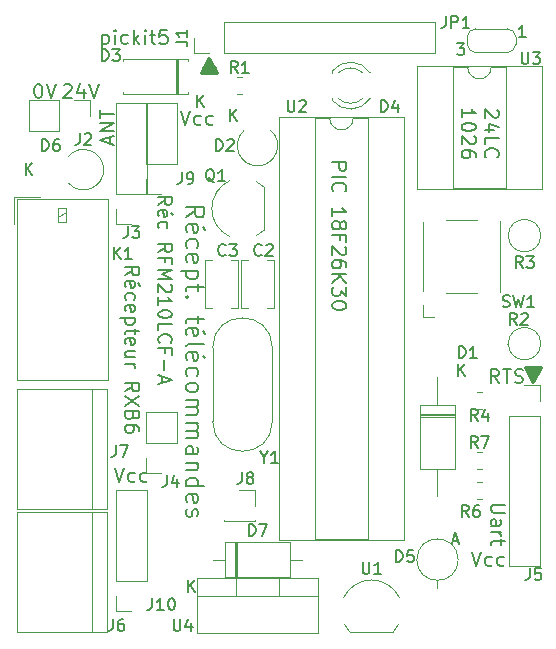
<source format=gbr>
%TF.GenerationSoftware,KiCad,Pcbnew,(5.1.12)-1*%
%TF.CreationDate,2025-06-06T13:01:38+02:00*%
%TF.ProjectId,telecommande,74656c65-636f-46d6-9d61-6e64652e6b69,rev?*%
%TF.SameCoordinates,Original*%
%TF.FileFunction,Legend,Top*%
%TF.FilePolarity,Positive*%
%FSLAX46Y46*%
G04 Gerber Fmt 4.6, Leading zero omitted, Abs format (unit mm)*
G04 Created by KiCad (PCBNEW (5.1.12)-1) date 2025-06-06 13:01:38*
%MOMM*%
%LPD*%
G01*
G04 APERTURE LIST*
%ADD10C,0.200000*%
%ADD11C,0.150000*%
%ADD12C,0.300000*%
%ADD13C,0.120000*%
G04 APERTURE END LIST*
D10*
X94571428Y-87353714D02*
X95285714Y-86853714D01*
X94571428Y-86496571D02*
X96071428Y-86496571D01*
X96071428Y-87068000D01*
X96000000Y-87210857D01*
X95928571Y-87282285D01*
X95785714Y-87353714D01*
X95571428Y-87353714D01*
X95428571Y-87282285D01*
X95357142Y-87210857D01*
X95285714Y-87068000D01*
X95285714Y-86496571D01*
X94642857Y-88568000D02*
X94571428Y-88425142D01*
X94571428Y-88139428D01*
X94642857Y-87996571D01*
X94785714Y-87925142D01*
X95357142Y-87925142D01*
X95500000Y-87996571D01*
X95571428Y-88139428D01*
X95571428Y-88425142D01*
X95500000Y-88568000D01*
X95357142Y-88639428D01*
X95214285Y-88639428D01*
X95071428Y-87925142D01*
X96142857Y-88425142D02*
X95928571Y-88210857D01*
X94642857Y-89925142D02*
X94571428Y-89782285D01*
X94571428Y-89496571D01*
X94642857Y-89353714D01*
X94714285Y-89282285D01*
X94857142Y-89210857D01*
X95285714Y-89210857D01*
X95428571Y-89282285D01*
X95500000Y-89353714D01*
X95571428Y-89496571D01*
X95571428Y-89782285D01*
X95500000Y-89925142D01*
X94642857Y-91139428D02*
X94571428Y-90996571D01*
X94571428Y-90710857D01*
X94642857Y-90568000D01*
X94785714Y-90496571D01*
X95357142Y-90496571D01*
X95500000Y-90568000D01*
X95571428Y-90710857D01*
X95571428Y-90996571D01*
X95500000Y-91139428D01*
X95357142Y-91210857D01*
X95214285Y-91210857D01*
X95071428Y-90496571D01*
X95571428Y-91853714D02*
X94071428Y-91853714D01*
X95500000Y-91853714D02*
X95571428Y-91996571D01*
X95571428Y-92282285D01*
X95500000Y-92425142D01*
X95428571Y-92496571D01*
X95285714Y-92568000D01*
X94857142Y-92568000D01*
X94714285Y-92496571D01*
X94642857Y-92425142D01*
X94571428Y-92282285D01*
X94571428Y-91996571D01*
X94642857Y-91853714D01*
X95571428Y-92996571D02*
X95571428Y-93568000D01*
X96071428Y-93210857D02*
X94785714Y-93210857D01*
X94642857Y-93282285D01*
X94571428Y-93425142D01*
X94571428Y-93568000D01*
X94714285Y-94068000D02*
X94642857Y-94139428D01*
X94571428Y-94068000D01*
X94642857Y-93996571D01*
X94714285Y-94068000D01*
X94571428Y-94068000D01*
X95571428Y-95710857D02*
X95571428Y-96282285D01*
X96071428Y-95925142D02*
X94785714Y-95925142D01*
X94642857Y-95996571D01*
X94571428Y-96139428D01*
X94571428Y-96282285D01*
X94642857Y-97353714D02*
X94571428Y-97210857D01*
X94571428Y-96925142D01*
X94642857Y-96782285D01*
X94785714Y-96710857D01*
X95357142Y-96710857D01*
X95500000Y-96782285D01*
X95571428Y-96925142D01*
X95571428Y-97210857D01*
X95500000Y-97353714D01*
X95357142Y-97425142D01*
X95214285Y-97425142D01*
X95071428Y-96710857D01*
X96142857Y-97210857D02*
X95928571Y-96996571D01*
X94571428Y-98282285D02*
X94642857Y-98139428D01*
X94785714Y-98068000D01*
X96071428Y-98068000D01*
X94642857Y-99425142D02*
X94571428Y-99282285D01*
X94571428Y-98996571D01*
X94642857Y-98853714D01*
X94785714Y-98782285D01*
X95357142Y-98782285D01*
X95500000Y-98853714D01*
X95571428Y-98996571D01*
X95571428Y-99282285D01*
X95500000Y-99425142D01*
X95357142Y-99496571D01*
X95214285Y-99496571D01*
X95071428Y-98782285D01*
X96142857Y-99282285D02*
X95928571Y-99068000D01*
X94642857Y-100782285D02*
X94571428Y-100639428D01*
X94571428Y-100353714D01*
X94642857Y-100210857D01*
X94714285Y-100139428D01*
X94857142Y-100068000D01*
X95285714Y-100068000D01*
X95428571Y-100139428D01*
X95500000Y-100210857D01*
X95571428Y-100353714D01*
X95571428Y-100639428D01*
X95500000Y-100782285D01*
X94571428Y-101639428D02*
X94642857Y-101496571D01*
X94714285Y-101425142D01*
X94857142Y-101353714D01*
X95285714Y-101353714D01*
X95428571Y-101425142D01*
X95500000Y-101496571D01*
X95571428Y-101639428D01*
X95571428Y-101853714D01*
X95500000Y-101996571D01*
X95428571Y-102068000D01*
X95285714Y-102139428D01*
X94857142Y-102139428D01*
X94714285Y-102068000D01*
X94642857Y-101996571D01*
X94571428Y-101853714D01*
X94571428Y-101639428D01*
X94571428Y-102782285D02*
X95571428Y-102782285D01*
X95428571Y-102782285D02*
X95500000Y-102853714D01*
X95571428Y-102996571D01*
X95571428Y-103210857D01*
X95500000Y-103353714D01*
X95357142Y-103425142D01*
X94571428Y-103425142D01*
X95357142Y-103425142D02*
X95500000Y-103496571D01*
X95571428Y-103639428D01*
X95571428Y-103853714D01*
X95500000Y-103996571D01*
X95357142Y-104068000D01*
X94571428Y-104068000D01*
X94571428Y-104782285D02*
X95571428Y-104782285D01*
X95428571Y-104782285D02*
X95500000Y-104853714D01*
X95571428Y-104996571D01*
X95571428Y-105210857D01*
X95500000Y-105353714D01*
X95357142Y-105425142D01*
X94571428Y-105425142D01*
X95357142Y-105425142D02*
X95500000Y-105496571D01*
X95571428Y-105639428D01*
X95571428Y-105853714D01*
X95500000Y-105996571D01*
X95357142Y-106068000D01*
X94571428Y-106068000D01*
X94571428Y-107425142D02*
X95357142Y-107425142D01*
X95500000Y-107353714D01*
X95571428Y-107210857D01*
X95571428Y-106925142D01*
X95500000Y-106782285D01*
X94642857Y-107425142D02*
X94571428Y-107282285D01*
X94571428Y-106925142D01*
X94642857Y-106782285D01*
X94785714Y-106710857D01*
X94928571Y-106710857D01*
X95071428Y-106782285D01*
X95142857Y-106925142D01*
X95142857Y-107282285D01*
X95214285Y-107425142D01*
X95571428Y-108139428D02*
X94571428Y-108139428D01*
X95428571Y-108139428D02*
X95500000Y-108210857D01*
X95571428Y-108353714D01*
X95571428Y-108568000D01*
X95500000Y-108710857D01*
X95357142Y-108782285D01*
X94571428Y-108782285D01*
X94571428Y-110139428D02*
X96071428Y-110139428D01*
X94642857Y-110139428D02*
X94571428Y-109996571D01*
X94571428Y-109710857D01*
X94642857Y-109568000D01*
X94714285Y-109496571D01*
X94857142Y-109425142D01*
X95285714Y-109425142D01*
X95428571Y-109496571D01*
X95500000Y-109568000D01*
X95571428Y-109710857D01*
X95571428Y-109996571D01*
X95500000Y-110139428D01*
X94642857Y-111425142D02*
X94571428Y-111282285D01*
X94571428Y-110996571D01*
X94642857Y-110853714D01*
X94785714Y-110782285D01*
X95357142Y-110782285D01*
X95500000Y-110853714D01*
X95571428Y-110996571D01*
X95571428Y-111282285D01*
X95500000Y-111425142D01*
X95357142Y-111496571D01*
X95214285Y-111496571D01*
X95071428Y-110782285D01*
X94642857Y-112068000D02*
X94571428Y-112210857D01*
X94571428Y-112496571D01*
X94642857Y-112639428D01*
X94785714Y-112710857D01*
X94857142Y-112710857D01*
X95000000Y-112639428D01*
X95071428Y-112496571D01*
X95071428Y-112282285D01*
X95142857Y-112139428D01*
X95285714Y-112068000D01*
X95357142Y-112068000D01*
X95500000Y-112139428D01*
X95571428Y-112282285D01*
X95571428Y-112496571D01*
X95500000Y-112639428D01*
D11*
X94075428Y-78336857D02*
X94475428Y-79536857D01*
X94875428Y-78336857D01*
X95789714Y-79479714D02*
X95675428Y-79536857D01*
X95446857Y-79536857D01*
X95332571Y-79479714D01*
X95275428Y-79422571D01*
X95218285Y-79308285D01*
X95218285Y-78965428D01*
X95275428Y-78851142D01*
X95332571Y-78794000D01*
X95446857Y-78736857D01*
X95675428Y-78736857D01*
X95789714Y-78794000D01*
X96818285Y-79479714D02*
X96704000Y-79536857D01*
X96475428Y-79536857D01*
X96361142Y-79479714D01*
X96304000Y-79422571D01*
X96246857Y-79308285D01*
X96246857Y-78965428D01*
X96304000Y-78851142D01*
X96361142Y-78794000D01*
X96475428Y-78736857D01*
X96704000Y-78736857D01*
X96818285Y-78794000D01*
X92189761Y-86298190D02*
X92737380Y-85914857D01*
X92189761Y-85641047D02*
X93339761Y-85641047D01*
X93339761Y-86079142D01*
X93285000Y-86188666D01*
X93230238Y-86243428D01*
X93120714Y-86298190D01*
X92956428Y-86298190D01*
X92846904Y-86243428D01*
X92792142Y-86188666D01*
X92737380Y-86079142D01*
X92737380Y-85641047D01*
X92244523Y-87229142D02*
X92189761Y-87119619D01*
X92189761Y-86900571D01*
X92244523Y-86791047D01*
X92354047Y-86736285D01*
X92792142Y-86736285D01*
X92901666Y-86791047D01*
X92956428Y-86900571D01*
X92956428Y-87119619D01*
X92901666Y-87229142D01*
X92792142Y-87283904D01*
X92682619Y-87283904D01*
X92573095Y-86736285D01*
X93394523Y-87119619D02*
X93230238Y-86955333D01*
X92244523Y-88269619D02*
X92189761Y-88160095D01*
X92189761Y-87941047D01*
X92244523Y-87831523D01*
X92299285Y-87776761D01*
X92408809Y-87722000D01*
X92737380Y-87722000D01*
X92846904Y-87776761D01*
X92901666Y-87831523D01*
X92956428Y-87941047D01*
X92956428Y-88160095D01*
X92901666Y-88269619D01*
X92189761Y-90295809D02*
X92737380Y-89912476D01*
X92189761Y-89638666D02*
X93339761Y-89638666D01*
X93339761Y-90076761D01*
X93285000Y-90186285D01*
X93230238Y-90241047D01*
X93120714Y-90295809D01*
X92956428Y-90295809D01*
X92846904Y-90241047D01*
X92792142Y-90186285D01*
X92737380Y-90076761D01*
X92737380Y-89638666D01*
X92792142Y-91172000D02*
X92792142Y-90788666D01*
X92189761Y-90788666D02*
X93339761Y-90788666D01*
X93339761Y-91336285D01*
X92189761Y-91774380D02*
X93339761Y-91774380D01*
X92518333Y-92157714D01*
X93339761Y-92541047D01*
X92189761Y-92541047D01*
X93230238Y-93033904D02*
X93285000Y-93088666D01*
X93339761Y-93198190D01*
X93339761Y-93472000D01*
X93285000Y-93581523D01*
X93230238Y-93636285D01*
X93120714Y-93691047D01*
X93011190Y-93691047D01*
X92846904Y-93636285D01*
X92189761Y-92979142D01*
X92189761Y-93691047D01*
X92189761Y-94786285D02*
X92189761Y-94129142D01*
X92189761Y-94457714D02*
X93339761Y-94457714D01*
X93175476Y-94348190D01*
X93065952Y-94238666D01*
X93011190Y-94129142D01*
X93339761Y-95498190D02*
X93339761Y-95607714D01*
X93285000Y-95717238D01*
X93230238Y-95772000D01*
X93120714Y-95826761D01*
X92901666Y-95881523D01*
X92627857Y-95881523D01*
X92408809Y-95826761D01*
X92299285Y-95772000D01*
X92244523Y-95717238D01*
X92189761Y-95607714D01*
X92189761Y-95498190D01*
X92244523Y-95388666D01*
X92299285Y-95333904D01*
X92408809Y-95279142D01*
X92627857Y-95224380D01*
X92901666Y-95224380D01*
X93120714Y-95279142D01*
X93230238Y-95333904D01*
X93285000Y-95388666D01*
X93339761Y-95498190D01*
X92189761Y-96922000D02*
X92189761Y-96374380D01*
X93339761Y-96374380D01*
X92299285Y-97962476D02*
X92244523Y-97907714D01*
X92189761Y-97743428D01*
X92189761Y-97633904D01*
X92244523Y-97469619D01*
X92354047Y-97360095D01*
X92463571Y-97305333D01*
X92682619Y-97250571D01*
X92846904Y-97250571D01*
X93065952Y-97305333D01*
X93175476Y-97360095D01*
X93285000Y-97469619D01*
X93339761Y-97633904D01*
X93339761Y-97743428D01*
X93285000Y-97907714D01*
X93230238Y-97962476D01*
X92792142Y-98838666D02*
X92792142Y-98455333D01*
X92189761Y-98455333D02*
X93339761Y-98455333D01*
X93339761Y-99002952D01*
X92627857Y-99441047D02*
X92627857Y-100317238D01*
X92518333Y-100810095D02*
X92518333Y-101357714D01*
X92189761Y-100700571D02*
X93339761Y-101083904D01*
X92189761Y-101467238D01*
X118713428Y-115674857D02*
X119113428Y-116874857D01*
X119513428Y-115674857D01*
X120427714Y-116817714D02*
X120313428Y-116874857D01*
X120084857Y-116874857D01*
X119970571Y-116817714D01*
X119913428Y-116760571D01*
X119856285Y-116646285D01*
X119856285Y-116303428D01*
X119913428Y-116189142D01*
X119970571Y-116132000D01*
X120084857Y-116074857D01*
X120313428Y-116074857D01*
X120427714Y-116132000D01*
X121456285Y-116817714D02*
X121342000Y-116874857D01*
X121113428Y-116874857D01*
X120999142Y-116817714D01*
X120942000Y-116760571D01*
X120884857Y-116646285D01*
X120884857Y-116303428D01*
X120942000Y-116189142D01*
X120999142Y-116132000D01*
X121113428Y-116074857D01*
X121342000Y-116074857D01*
X121456285Y-116132000D01*
X121008857Y-101380857D02*
X120608857Y-100809428D01*
X120323142Y-101380857D02*
X120323142Y-100180857D01*
X120780285Y-100180857D01*
X120894571Y-100238000D01*
X120951714Y-100295142D01*
X121008857Y-100409428D01*
X121008857Y-100580857D01*
X120951714Y-100695142D01*
X120894571Y-100752285D01*
X120780285Y-100809428D01*
X120323142Y-100809428D01*
X121351714Y-100180857D02*
X122037428Y-100180857D01*
X121694571Y-101380857D02*
X121694571Y-100180857D01*
X122380285Y-101323714D02*
X122551714Y-101380857D01*
X122837428Y-101380857D01*
X122951714Y-101323714D01*
X123008857Y-101266571D01*
X123066000Y-101152285D01*
X123066000Y-101038000D01*
X123008857Y-100923714D01*
X122951714Y-100866571D01*
X122837428Y-100809428D01*
X122608857Y-100752285D01*
X122494571Y-100695142D01*
X122437428Y-100638000D01*
X122380285Y-100523714D01*
X122380285Y-100409428D01*
X122437428Y-100295142D01*
X122494571Y-100238000D01*
X122608857Y-100180857D01*
X122894571Y-100180857D01*
X123066000Y-100238000D01*
X120897857Y-78264000D02*
X120955000Y-78321142D01*
X121012142Y-78435428D01*
X121012142Y-78721142D01*
X120955000Y-78835428D01*
X120897857Y-78892571D01*
X120783571Y-78949714D01*
X120669285Y-78949714D01*
X120497857Y-78892571D01*
X119812142Y-78206857D01*
X119812142Y-78949714D01*
X120612142Y-79978285D02*
X119812142Y-79978285D01*
X121069285Y-79692571D02*
X120212142Y-79406857D01*
X120212142Y-80149714D01*
X119812142Y-81178285D02*
X119812142Y-80606857D01*
X121012142Y-80606857D01*
X119926428Y-82264000D02*
X119869285Y-82206857D01*
X119812142Y-82035428D01*
X119812142Y-81921142D01*
X119869285Y-81749714D01*
X119983571Y-81635428D01*
X120097857Y-81578285D01*
X120326428Y-81521142D01*
X120497857Y-81521142D01*
X120726428Y-81578285D01*
X120840714Y-81635428D01*
X120955000Y-81749714D01*
X121012142Y-81921142D01*
X121012142Y-82035428D01*
X120955000Y-82206857D01*
X120897857Y-82264000D01*
X117862142Y-78892571D02*
X117862142Y-78206857D01*
X117862142Y-78549714D02*
X119062142Y-78549714D01*
X118890714Y-78435428D01*
X118776428Y-78321142D01*
X118719285Y-78206857D01*
X119062142Y-79635428D02*
X119062142Y-79749714D01*
X119005000Y-79864000D01*
X118947857Y-79921142D01*
X118833571Y-79978285D01*
X118605000Y-80035428D01*
X118319285Y-80035428D01*
X118090714Y-79978285D01*
X117976428Y-79921142D01*
X117919285Y-79864000D01*
X117862142Y-79749714D01*
X117862142Y-79635428D01*
X117919285Y-79521142D01*
X117976428Y-79464000D01*
X118090714Y-79406857D01*
X118319285Y-79349714D01*
X118605000Y-79349714D01*
X118833571Y-79406857D01*
X118947857Y-79464000D01*
X119005000Y-79521142D01*
X119062142Y-79635428D01*
X118947857Y-80492571D02*
X119005000Y-80549714D01*
X119062142Y-80664000D01*
X119062142Y-80949714D01*
X119005000Y-81064000D01*
X118947857Y-81121142D01*
X118833571Y-81178285D01*
X118719285Y-81178285D01*
X118547857Y-81121142D01*
X117862142Y-80435428D01*
X117862142Y-81178285D01*
X119062142Y-82206857D02*
X119062142Y-81978285D01*
X119005000Y-81864000D01*
X118947857Y-81806857D01*
X118776428Y-81692571D01*
X118547857Y-81635428D01*
X118090714Y-81635428D01*
X117976428Y-81692571D01*
X117919285Y-81749714D01*
X117862142Y-81864000D01*
X117862142Y-82092571D01*
X117919285Y-82206857D01*
X117976428Y-82264000D01*
X118090714Y-82321142D01*
X118376428Y-82321142D01*
X118490714Y-82264000D01*
X118547857Y-82206857D01*
X118605000Y-82092571D01*
X118605000Y-81864000D01*
X118547857Y-81749714D01*
X118490714Y-81692571D01*
X118376428Y-81635428D01*
X106899142Y-82700000D02*
X108099142Y-82700000D01*
X108099142Y-83157142D01*
X108042000Y-83271428D01*
X107984857Y-83328571D01*
X107870571Y-83385714D01*
X107699142Y-83385714D01*
X107584857Y-83328571D01*
X107527714Y-83271428D01*
X107470571Y-83157142D01*
X107470571Y-82700000D01*
X106899142Y-83900000D02*
X108099142Y-83900000D01*
X107013428Y-85157142D02*
X106956285Y-85100000D01*
X106899142Y-84928571D01*
X106899142Y-84814285D01*
X106956285Y-84642857D01*
X107070571Y-84528571D01*
X107184857Y-84471428D01*
X107413428Y-84414285D01*
X107584857Y-84414285D01*
X107813428Y-84471428D01*
X107927714Y-84528571D01*
X108042000Y-84642857D01*
X108099142Y-84814285D01*
X108099142Y-84928571D01*
X108042000Y-85100000D01*
X107984857Y-85157142D01*
X106899142Y-87214285D02*
X106899142Y-86528571D01*
X106899142Y-86871428D02*
X108099142Y-86871428D01*
X107927714Y-86757142D01*
X107813428Y-86642857D01*
X107756285Y-86528571D01*
X107584857Y-87900000D02*
X107642000Y-87785714D01*
X107699142Y-87728571D01*
X107813428Y-87671428D01*
X107870571Y-87671428D01*
X107984857Y-87728571D01*
X108042000Y-87785714D01*
X108099142Y-87900000D01*
X108099142Y-88128571D01*
X108042000Y-88242857D01*
X107984857Y-88300000D01*
X107870571Y-88357142D01*
X107813428Y-88357142D01*
X107699142Y-88300000D01*
X107642000Y-88242857D01*
X107584857Y-88128571D01*
X107584857Y-87900000D01*
X107527714Y-87785714D01*
X107470571Y-87728571D01*
X107356285Y-87671428D01*
X107127714Y-87671428D01*
X107013428Y-87728571D01*
X106956285Y-87785714D01*
X106899142Y-87900000D01*
X106899142Y-88128571D01*
X106956285Y-88242857D01*
X107013428Y-88300000D01*
X107127714Y-88357142D01*
X107356285Y-88357142D01*
X107470571Y-88300000D01*
X107527714Y-88242857D01*
X107584857Y-88128571D01*
X107527714Y-89271428D02*
X107527714Y-88871428D01*
X106899142Y-88871428D02*
X108099142Y-88871428D01*
X108099142Y-89442857D01*
X107984857Y-89842857D02*
X108042000Y-89900000D01*
X108099142Y-90014285D01*
X108099142Y-90300000D01*
X108042000Y-90414285D01*
X107984857Y-90471428D01*
X107870571Y-90528571D01*
X107756285Y-90528571D01*
X107584857Y-90471428D01*
X106899142Y-89785714D01*
X106899142Y-90528571D01*
X108099142Y-91557142D02*
X108099142Y-91328571D01*
X108042000Y-91214285D01*
X107984857Y-91157142D01*
X107813428Y-91042857D01*
X107584857Y-90985714D01*
X107127714Y-90985714D01*
X107013428Y-91042857D01*
X106956285Y-91100000D01*
X106899142Y-91214285D01*
X106899142Y-91442857D01*
X106956285Y-91557142D01*
X107013428Y-91614285D01*
X107127714Y-91671428D01*
X107413428Y-91671428D01*
X107527714Y-91614285D01*
X107584857Y-91557142D01*
X107642000Y-91442857D01*
X107642000Y-91214285D01*
X107584857Y-91100000D01*
X107527714Y-91042857D01*
X107413428Y-90985714D01*
X106899142Y-92185714D02*
X108099142Y-92185714D01*
X106899142Y-92871428D02*
X107584857Y-92357142D01*
X108099142Y-92871428D02*
X107413428Y-92185714D01*
X108099142Y-93271428D02*
X108099142Y-94014285D01*
X107642000Y-93614285D01*
X107642000Y-93785714D01*
X107584857Y-93900000D01*
X107527714Y-93957142D01*
X107413428Y-94014285D01*
X107127714Y-94014285D01*
X107013428Y-93957142D01*
X106956285Y-93900000D01*
X106899142Y-93785714D01*
X106899142Y-93442857D01*
X106956285Y-93328571D01*
X107013428Y-93271428D01*
X108099142Y-94757142D02*
X108099142Y-94871428D01*
X108042000Y-94985714D01*
X107984857Y-95042857D01*
X107870571Y-95100000D01*
X107642000Y-95157142D01*
X107356285Y-95157142D01*
X107127714Y-95100000D01*
X107013428Y-95042857D01*
X106956285Y-94985714D01*
X106899142Y-94871428D01*
X106899142Y-94757142D01*
X106956285Y-94642857D01*
X107013428Y-94585714D01*
X107127714Y-94528571D01*
X107356285Y-94471428D01*
X107642000Y-94471428D01*
X107870571Y-94528571D01*
X107984857Y-94585714D01*
X108042000Y-94642857D01*
X108099142Y-94757142D01*
X88487428Y-108562857D02*
X88887428Y-109762857D01*
X89287428Y-108562857D01*
X90201714Y-109705714D02*
X90087428Y-109762857D01*
X89858857Y-109762857D01*
X89744571Y-109705714D01*
X89687428Y-109648571D01*
X89630285Y-109534285D01*
X89630285Y-109191428D01*
X89687428Y-109077142D01*
X89744571Y-109020000D01*
X89858857Y-108962857D01*
X90087428Y-108962857D01*
X90201714Y-109020000D01*
X91230285Y-109705714D02*
X91116000Y-109762857D01*
X90887428Y-109762857D01*
X90773142Y-109705714D01*
X90716000Y-109648571D01*
X90658857Y-109534285D01*
X90658857Y-109191428D01*
X90716000Y-109077142D01*
X90773142Y-109020000D01*
X90887428Y-108962857D01*
X91116000Y-108962857D01*
X91230285Y-109020000D01*
X88084000Y-81127428D02*
X88084000Y-80556000D01*
X88426857Y-81241714D02*
X87226857Y-80841714D01*
X88426857Y-80441714D01*
X88426857Y-80041714D02*
X87226857Y-80041714D01*
X88426857Y-79356000D01*
X87226857Y-79356000D01*
X87226857Y-78956000D02*
X87226857Y-78270285D01*
X88426857Y-78613142D02*
X87226857Y-78613142D01*
X81978571Y-76050857D02*
X82092857Y-76050857D01*
X82207142Y-76108000D01*
X82264285Y-76165142D01*
X82321428Y-76279428D01*
X82378571Y-76508000D01*
X82378571Y-76793714D01*
X82321428Y-77022285D01*
X82264285Y-77136571D01*
X82207142Y-77193714D01*
X82092857Y-77250857D01*
X81978571Y-77250857D01*
X81864285Y-77193714D01*
X81807142Y-77136571D01*
X81750000Y-77022285D01*
X81692857Y-76793714D01*
X81692857Y-76508000D01*
X81750000Y-76279428D01*
X81807142Y-76165142D01*
X81864285Y-76108000D01*
X81978571Y-76050857D01*
X82721428Y-76050857D02*
X83121428Y-77250857D01*
X83521428Y-76050857D01*
X84169428Y-76165142D02*
X84226571Y-76108000D01*
X84340857Y-76050857D01*
X84626571Y-76050857D01*
X84740857Y-76108000D01*
X84798000Y-76165142D01*
X84855142Y-76279428D01*
X84855142Y-76393714D01*
X84798000Y-76565142D01*
X84112285Y-77250857D01*
X84855142Y-77250857D01*
X85883714Y-76450857D02*
X85883714Y-77250857D01*
X85598000Y-75993714D02*
X85312285Y-76850857D01*
X86055142Y-76850857D01*
X86340857Y-76050857D02*
X86740857Y-77250857D01*
X87140857Y-76050857D01*
D12*
X124523428Y-100191142D02*
X124523428Y-100119714D01*
X124452000Y-100334000D02*
X124452000Y-100119714D01*
X124380571Y-100476857D02*
X124380571Y-100119714D01*
X124309142Y-100619714D02*
X124309142Y-100119714D01*
X124237714Y-100691142D02*
X124237714Y-100119714D01*
X124166285Y-100834000D02*
X124166285Y-100119714D01*
X124094857Y-100976857D02*
X124094857Y-100119714D01*
X124023428Y-101119714D02*
X124023428Y-100119714D01*
X123952000Y-101262571D02*
X123952000Y-100119714D01*
X123880571Y-101119714D02*
X123880571Y-100119714D01*
X123809142Y-100976857D02*
X123809142Y-100119714D01*
X123737714Y-100834000D02*
X123737714Y-100119714D01*
X123666285Y-100691142D02*
X123666285Y-100119714D01*
X123594857Y-100619714D02*
X123594857Y-100119714D01*
X123523428Y-100476857D02*
X123523428Y-100119714D01*
X123452000Y-100334000D02*
X123452000Y-100119714D01*
X123380571Y-100119714D02*
X123952000Y-101191142D01*
X124523428Y-100119714D01*
X123380571Y-100191142D02*
X123380571Y-100119714D01*
X123952000Y-101262571D02*
X123309142Y-100119714D01*
X124594857Y-100119714D01*
X123952000Y-101262571D01*
X95948571Y-75029142D02*
X95948571Y-75100571D01*
X96020000Y-74886285D02*
X96020000Y-75100571D01*
X96091428Y-74743428D02*
X96091428Y-75100571D01*
X96162857Y-74600571D02*
X96162857Y-75100571D01*
X96234285Y-74529142D02*
X96234285Y-75100571D01*
X96305714Y-74386285D02*
X96305714Y-75100571D01*
X96377142Y-74243428D02*
X96377142Y-75100571D01*
X96448571Y-74100571D02*
X96448571Y-75100571D01*
X96520000Y-73957714D02*
X96520000Y-75100571D01*
X96591428Y-74100571D02*
X96591428Y-75100571D01*
X96662857Y-74243428D02*
X96662857Y-75100571D01*
X96734285Y-74386285D02*
X96734285Y-75100571D01*
X96805714Y-74529142D02*
X96805714Y-75100571D01*
X96877142Y-74600571D02*
X96877142Y-75100571D01*
X96948571Y-74743428D02*
X96948571Y-75100571D01*
X97020000Y-74886285D02*
X97020000Y-75100571D01*
X97091428Y-75100571D02*
X96520000Y-74029142D01*
X95948571Y-75100571D01*
X97091428Y-75029142D02*
X97091428Y-75100571D01*
X96520000Y-73957714D02*
X97162857Y-75100571D01*
X95877142Y-75100571D01*
X96520000Y-73957714D01*
D11*
X121561142Y-111684000D02*
X120589714Y-111684000D01*
X120475428Y-111741142D01*
X120418285Y-111798285D01*
X120361142Y-111912571D01*
X120361142Y-112141142D01*
X120418285Y-112255428D01*
X120475428Y-112312571D01*
X120589714Y-112369714D01*
X121561142Y-112369714D01*
X120361142Y-113455428D02*
X120989714Y-113455428D01*
X121104000Y-113398285D01*
X121161142Y-113284000D01*
X121161142Y-113055428D01*
X121104000Y-112941142D01*
X120418285Y-113455428D02*
X120361142Y-113341142D01*
X120361142Y-113055428D01*
X120418285Y-112941142D01*
X120532571Y-112884000D01*
X120646857Y-112884000D01*
X120761142Y-112941142D01*
X120818285Y-113055428D01*
X120818285Y-113341142D01*
X120875428Y-113455428D01*
X120361142Y-114026857D02*
X121161142Y-114026857D01*
X120932571Y-114026857D02*
X121046857Y-114084000D01*
X121104000Y-114141142D01*
X121161142Y-114255428D01*
X121161142Y-114369714D01*
X121161142Y-114598285D02*
X121161142Y-115055428D01*
X121561142Y-114769714D02*
X120532571Y-114769714D01*
X120418285Y-114826857D01*
X120361142Y-114941142D01*
X120361142Y-115055428D01*
X89373142Y-92266285D02*
X89944571Y-91866285D01*
X89373142Y-91580571D02*
X90573142Y-91580571D01*
X90573142Y-92037714D01*
X90516000Y-92152000D01*
X90458857Y-92209142D01*
X90344571Y-92266285D01*
X90173142Y-92266285D01*
X90058857Y-92209142D01*
X90001714Y-92152000D01*
X89944571Y-92037714D01*
X89944571Y-91580571D01*
X89430285Y-93237714D02*
X89373142Y-93123428D01*
X89373142Y-92894857D01*
X89430285Y-92780571D01*
X89544571Y-92723428D01*
X90001714Y-92723428D01*
X90116000Y-92780571D01*
X90173142Y-92894857D01*
X90173142Y-93123428D01*
X90116000Y-93237714D01*
X90001714Y-93294857D01*
X89887428Y-93294857D01*
X89773142Y-92723428D01*
X90630285Y-93123428D02*
X90458857Y-92952000D01*
X89430285Y-94323428D02*
X89373142Y-94209142D01*
X89373142Y-93980571D01*
X89430285Y-93866285D01*
X89487428Y-93809142D01*
X89601714Y-93752000D01*
X89944571Y-93752000D01*
X90058857Y-93809142D01*
X90116000Y-93866285D01*
X90173142Y-93980571D01*
X90173142Y-94209142D01*
X90116000Y-94323428D01*
X89430285Y-95294857D02*
X89373142Y-95180571D01*
X89373142Y-94952000D01*
X89430285Y-94837714D01*
X89544571Y-94780571D01*
X90001714Y-94780571D01*
X90116000Y-94837714D01*
X90173142Y-94952000D01*
X90173142Y-95180571D01*
X90116000Y-95294857D01*
X90001714Y-95352000D01*
X89887428Y-95352000D01*
X89773142Y-94780571D01*
X90173142Y-95866285D02*
X88973142Y-95866285D01*
X90116000Y-95866285D02*
X90173142Y-95980571D01*
X90173142Y-96209142D01*
X90116000Y-96323428D01*
X90058857Y-96380571D01*
X89944571Y-96437714D01*
X89601714Y-96437714D01*
X89487428Y-96380571D01*
X89430285Y-96323428D01*
X89373142Y-96209142D01*
X89373142Y-95980571D01*
X89430285Y-95866285D01*
X90173142Y-96780571D02*
X90173142Y-97237714D01*
X90573142Y-96952000D02*
X89544571Y-96952000D01*
X89430285Y-97009142D01*
X89373142Y-97123428D01*
X89373142Y-97237714D01*
X89430285Y-98094857D02*
X89373142Y-97980571D01*
X89373142Y-97752000D01*
X89430285Y-97637714D01*
X89544571Y-97580571D01*
X90001714Y-97580571D01*
X90116000Y-97637714D01*
X90173142Y-97752000D01*
X90173142Y-97980571D01*
X90116000Y-98094857D01*
X90001714Y-98152000D01*
X89887428Y-98152000D01*
X89773142Y-97580571D01*
X90173142Y-99180571D02*
X89373142Y-99180571D01*
X90173142Y-98666285D02*
X89544571Y-98666285D01*
X89430285Y-98723428D01*
X89373142Y-98837714D01*
X89373142Y-99009142D01*
X89430285Y-99123428D01*
X89487428Y-99180571D01*
X89373142Y-99752000D02*
X90173142Y-99752000D01*
X89944571Y-99752000D02*
X90058857Y-99809142D01*
X90116000Y-99866285D01*
X90173142Y-99980571D01*
X90173142Y-100094857D01*
X89373142Y-102094857D02*
X89944571Y-101694857D01*
X89373142Y-101409142D02*
X90573142Y-101409142D01*
X90573142Y-101866285D01*
X90516000Y-101980571D01*
X90458857Y-102037714D01*
X90344571Y-102094857D01*
X90173142Y-102094857D01*
X90058857Y-102037714D01*
X90001714Y-101980571D01*
X89944571Y-101866285D01*
X89944571Y-101409142D01*
X90573142Y-102494857D02*
X89373142Y-103294857D01*
X90573142Y-103294857D02*
X89373142Y-102494857D01*
X90001714Y-104152000D02*
X89944571Y-104323428D01*
X89887428Y-104380571D01*
X89773142Y-104437714D01*
X89601714Y-104437714D01*
X89487428Y-104380571D01*
X89430285Y-104323428D01*
X89373142Y-104209142D01*
X89373142Y-103752000D01*
X90573142Y-103752000D01*
X90573142Y-104152000D01*
X90516000Y-104266285D01*
X90458857Y-104323428D01*
X90344571Y-104380571D01*
X90230285Y-104380571D01*
X90116000Y-104323428D01*
X90058857Y-104266285D01*
X90001714Y-104152000D01*
X90001714Y-103752000D01*
X90573142Y-105466285D02*
X90573142Y-105237714D01*
X90516000Y-105123428D01*
X90458857Y-105066285D01*
X90287428Y-104952000D01*
X90058857Y-104894857D01*
X89601714Y-104894857D01*
X89487428Y-104952000D01*
X89430285Y-105009142D01*
X89373142Y-105123428D01*
X89373142Y-105352000D01*
X89430285Y-105466285D01*
X89487428Y-105523428D01*
X89601714Y-105580571D01*
X89887428Y-105580571D01*
X90001714Y-105523428D01*
X90058857Y-105466285D01*
X90116000Y-105352000D01*
X90116000Y-105123428D01*
X90058857Y-105009142D01*
X90001714Y-104952000D01*
X89887428Y-104894857D01*
X87427142Y-71878857D02*
X87427142Y-73078857D01*
X87427142Y-71936000D02*
X87541428Y-71878857D01*
X87770000Y-71878857D01*
X87884285Y-71936000D01*
X87941428Y-71993142D01*
X87998571Y-72107428D01*
X87998571Y-72450285D01*
X87941428Y-72564571D01*
X87884285Y-72621714D01*
X87770000Y-72678857D01*
X87541428Y-72678857D01*
X87427142Y-72621714D01*
X88512857Y-72678857D02*
X88512857Y-71878857D01*
X88512857Y-71478857D02*
X88455714Y-71536000D01*
X88512857Y-71593142D01*
X88570000Y-71536000D01*
X88512857Y-71478857D01*
X88512857Y-71593142D01*
X89598571Y-72621714D02*
X89484285Y-72678857D01*
X89255714Y-72678857D01*
X89141428Y-72621714D01*
X89084285Y-72564571D01*
X89027142Y-72450285D01*
X89027142Y-72107428D01*
X89084285Y-71993142D01*
X89141428Y-71936000D01*
X89255714Y-71878857D01*
X89484285Y-71878857D01*
X89598571Y-71936000D01*
X90112857Y-72678857D02*
X90112857Y-71478857D01*
X90227142Y-72221714D02*
X90570000Y-72678857D01*
X90570000Y-71878857D02*
X90112857Y-72336000D01*
X91084285Y-72678857D02*
X91084285Y-71878857D01*
X91084285Y-71478857D02*
X91027142Y-71536000D01*
X91084285Y-71593142D01*
X91141428Y-71536000D01*
X91084285Y-71478857D01*
X91084285Y-71593142D01*
X91484285Y-71878857D02*
X91941428Y-71878857D01*
X91655714Y-71478857D02*
X91655714Y-72507428D01*
X91712857Y-72621714D01*
X91827142Y-72678857D01*
X91941428Y-72678857D01*
X92912857Y-71478857D02*
X92341428Y-71478857D01*
X92284285Y-72050285D01*
X92341428Y-71993142D01*
X92455714Y-71936000D01*
X92741428Y-71936000D01*
X92855714Y-71993142D01*
X92912857Y-72050285D01*
X92970000Y-72164571D01*
X92970000Y-72450285D01*
X92912857Y-72564571D01*
X92855714Y-72621714D01*
X92741428Y-72678857D01*
X92455714Y-72678857D01*
X92341428Y-72621714D01*
X92284285Y-72564571D01*
D13*
%TO.C,J2*%
X81220000Y-77410000D02*
X81220000Y-80070000D01*
X83820000Y-77410000D02*
X81220000Y-77410000D01*
X83820000Y-80070000D02*
X81220000Y-80070000D01*
X83820000Y-77410000D02*
X83820000Y-80070000D01*
X85090000Y-77410000D02*
X86420000Y-77410000D01*
X86420000Y-77410000D02*
X86420000Y-78740000D01*
%TO.C,D3*%
X93888000Y-76908000D02*
X93888000Y-73968000D01*
X93648000Y-76908000D02*
X93648000Y-73968000D01*
X93768000Y-76908000D02*
X93768000Y-73968000D01*
X89228000Y-73968000D02*
X89228000Y-74098000D01*
X94668000Y-73968000D02*
X89228000Y-73968000D01*
X94668000Y-74098000D02*
X94668000Y-73968000D01*
X89228000Y-76908000D02*
X89228000Y-76778000D01*
X94668000Y-76908000D02*
X89228000Y-76908000D01*
X94668000Y-76778000D02*
X94668000Y-76908000D01*
%TO.C,J10*%
X91246000Y-118110000D02*
X88586000Y-118110000D01*
X91246000Y-118110000D02*
X91246000Y-110430000D01*
X91246000Y-110430000D02*
X88586000Y-110430000D01*
X88586000Y-118110000D02*
X88586000Y-110430000D01*
X88586000Y-120710000D02*
X88586000Y-119380000D01*
X89916000Y-120710000D02*
X88586000Y-120710000D01*
%TO.C,J9*%
X93786000Y-82804000D02*
X91126000Y-82804000D01*
X93786000Y-82804000D02*
X93786000Y-77664000D01*
X93786000Y-77664000D02*
X91126000Y-77664000D01*
X91126000Y-82804000D02*
X91126000Y-77664000D01*
X91126000Y-85404000D02*
X91126000Y-84074000D01*
X92456000Y-85404000D02*
X91126000Y-85404000D01*
%TO.C,J4*%
X93786000Y-106426000D02*
X91126000Y-106426000D01*
X93786000Y-106426000D02*
X93786000Y-103826000D01*
X93786000Y-103826000D02*
X91126000Y-103826000D01*
X91126000Y-106426000D02*
X91126000Y-103826000D01*
X91126000Y-109026000D02*
X91126000Y-107696000D01*
X92456000Y-109026000D02*
X91126000Y-109026000D01*
%TO.C,J3*%
X91246000Y-85344000D02*
X88586000Y-85344000D01*
X91246000Y-85344000D02*
X91246000Y-77664000D01*
X91246000Y-77664000D02*
X88586000Y-77664000D01*
X88586000Y-85344000D02*
X88586000Y-77664000D01*
X88586000Y-87944000D02*
X88586000Y-86614000D01*
X89916000Y-87944000D02*
X88586000Y-87944000D01*
%TO.C,J1*%
X115630000Y-73466000D02*
X115630000Y-70806000D01*
X97790000Y-73466000D02*
X115630000Y-73466000D01*
X97790000Y-70806000D02*
X115630000Y-70806000D01*
X97790000Y-73466000D02*
X97790000Y-70806000D01*
X96520000Y-73466000D02*
X95190000Y-73466000D01*
X95190000Y-73466000D02*
X95190000Y-72136000D01*
%TO.C,R1*%
X99287064Y-76935000D02*
X98832936Y-76935000D01*
X99287064Y-75465000D02*
X98832936Y-75465000D01*
%TO.C,U3*%
X118380000Y-74616000D02*
X117130000Y-74616000D01*
X117130000Y-74616000D02*
X117130000Y-84896000D01*
X117130000Y-84896000D02*
X121630000Y-84896000D01*
X121630000Y-84896000D02*
X121630000Y-74616000D01*
X121630000Y-74616000D02*
X120380000Y-74616000D01*
X114130000Y-74556000D02*
X114130000Y-84956000D01*
X114130000Y-84956000D02*
X124630000Y-84956000D01*
X124630000Y-84956000D02*
X124630000Y-74556000D01*
X124630000Y-74556000D02*
X114130000Y-74556000D01*
X120380000Y-74616000D02*
G75*
G02*
X118380000Y-74616000I-1000000J0D01*
G01*
%TO.C,JP1*%
X122446000Y-72090000D02*
X122446000Y-72690000D01*
X118996000Y-71390000D02*
X121796000Y-71390000D01*
X118346000Y-72690000D02*
X118346000Y-72090000D01*
X121796000Y-73390000D02*
X118996000Y-73390000D01*
X122446000Y-72690000D02*
G75*
G02*
X121746000Y-73390000I-700000J0D01*
G01*
X121746000Y-71390000D02*
G75*
G02*
X122446000Y-72090000I0J-700000D01*
G01*
X118346000Y-72090000D02*
G75*
G02*
X119046000Y-71390000I700000J0D01*
G01*
X119046000Y-73390000D02*
G75*
G02*
X118346000Y-72690000I0J700000D01*
G01*
%TO.C,R2*%
X121820000Y-98044000D02*
X121750000Y-98044000D01*
X124560000Y-98044000D02*
G75*
G03*
X124560000Y-98044000I-1370000J0D01*
G01*
%TO.C,D5*%
X117574635Y-116332000D02*
G75*
G03*
X117574635Y-116332000I-1750635J0D01*
G01*
X115824000Y-118082635D02*
X115824000Y-118742000D01*
%TO.C,D1*%
X117294000Y-103198000D02*
X114354000Y-103198000D01*
X114354000Y-103198000D02*
X114354000Y-108638000D01*
X114354000Y-108638000D02*
X117294000Y-108638000D01*
X117294000Y-108638000D02*
X117294000Y-103198000D01*
X115824000Y-100908000D02*
X115824000Y-103198000D01*
X115824000Y-110928000D02*
X115824000Y-108638000D01*
X117294000Y-104098000D02*
X114354000Y-104098000D01*
X117294000Y-104218000D02*
X114354000Y-104218000D01*
X117294000Y-103978000D02*
X114354000Y-103978000D01*
%TO.C,R6*%
X119607064Y-109755000D02*
X119152936Y-109755000D01*
X119607064Y-111225000D02*
X119152936Y-111225000D01*
%TO.C,D7*%
X97864000Y-114862000D02*
X97864000Y-117802000D01*
X97864000Y-117802000D02*
X103304000Y-117802000D01*
X103304000Y-117802000D02*
X103304000Y-114862000D01*
X103304000Y-114862000D02*
X97864000Y-114862000D01*
X96844000Y-116332000D02*
X97864000Y-116332000D01*
X104324000Y-116332000D02*
X103304000Y-116332000D01*
X98764000Y-114862000D02*
X98764000Y-117802000D01*
X98884000Y-114862000D02*
X98884000Y-117802000D01*
X98644000Y-114862000D02*
X98644000Y-117802000D01*
%TO.C,Y1*%
X96789000Y-98385000D02*
X96789000Y-104635000D01*
X101839000Y-98385000D02*
X101839000Y-104635000D01*
X96789000Y-104635000D02*
G75*
G03*
X101839000Y-104635000I2525000J0D01*
G01*
X96789000Y-98385000D02*
G75*
G02*
X101839000Y-98385000I2525000J0D01*
G01*
%TO.C,U4*%
X102435000Y-117888000D02*
X102435000Y-119398000D01*
X98734000Y-117888000D02*
X98734000Y-119398000D01*
X95464000Y-119398000D02*
X105704000Y-119398000D01*
X105704000Y-117888000D02*
X105704000Y-122529000D01*
X95464000Y-117888000D02*
X95464000Y-122529000D01*
X95464000Y-122529000D02*
X105704000Y-122529000D01*
X95464000Y-117888000D02*
X105704000Y-117888000D01*
%TO.C,U2*%
X112946000Y-78874000D02*
X102446000Y-78874000D01*
X112946000Y-114674000D02*
X112946000Y-78874000D01*
X102446000Y-114674000D02*
X112946000Y-114674000D01*
X102446000Y-78874000D02*
X102446000Y-114674000D01*
X109946000Y-78934000D02*
X108696000Y-78934000D01*
X109946000Y-114614000D02*
X109946000Y-78934000D01*
X105446000Y-114614000D02*
X109946000Y-114614000D01*
X105446000Y-78934000D02*
X105446000Y-114614000D01*
X106696000Y-78934000D02*
X105446000Y-78934000D01*
X108696000Y-78934000D02*
G75*
G02*
X106696000Y-78934000I-1000000J0D01*
G01*
%TO.C,U1*%
X108436000Y-122500000D02*
X112036000Y-122500000D01*
X112560184Y-121772795D02*
G75*
G02*
X112036000Y-122500000I-2324184J1122795D01*
G01*
X112592400Y-119551193D02*
G75*
G03*
X110236000Y-118050000I-2356400J-1098807D01*
G01*
X107879600Y-119551193D02*
G75*
G02*
X110236000Y-118050000I2356400J-1098807D01*
G01*
X107911816Y-121772795D02*
G75*
G03*
X108436000Y-122500000I2324184J1122795D01*
G01*
%TO.C,SW1*%
X115556000Y-95778000D02*
X114556000Y-95778000D01*
X114556000Y-95778000D02*
X114556000Y-94778000D01*
X116556000Y-93778000D02*
X119156000Y-93778000D01*
X116556000Y-87578000D02*
X119156000Y-87578000D01*
X121106000Y-87678000D02*
X121106000Y-93678000D01*
X114606000Y-87778000D02*
X114606000Y-93578000D01*
%TO.C,R7*%
X119607064Y-107215000D02*
X119152936Y-107215000D01*
X119607064Y-108685000D02*
X119152936Y-108685000D01*
%TO.C,R4*%
X119607064Y-102135000D02*
X119152936Y-102135000D01*
X119607064Y-103605000D02*
X119152936Y-103605000D01*
%TO.C,R3*%
X123190000Y-87530000D02*
X123190000Y-87460000D01*
X124560000Y-88900000D02*
G75*
G03*
X124560000Y-88900000I-1370000J0D01*
G01*
%TO.C,Q1*%
X101164000Y-88414000D02*
X101164000Y-84814000D01*
X100436795Y-84289816D02*
G75*
G02*
X101164000Y-84814000I-1122795J-2324184D01*
G01*
X98215193Y-84257600D02*
G75*
G03*
X96714000Y-86614000I1098807J-2356400D01*
G01*
X98215193Y-88970400D02*
G75*
G02*
X96714000Y-86614000I1098807J2356400D01*
G01*
X100436795Y-88938184D02*
G75*
G03*
X101164000Y-88414000I-1122795J2324184D01*
G01*
%TO.C,K1*%
X83664000Y-87322000D02*
X84364000Y-86922000D01*
X84364000Y-87722000D02*
X84364000Y-86522000D01*
X84364000Y-86522000D02*
X83664000Y-86522000D01*
X83664000Y-86522000D02*
X83664000Y-87722000D01*
X83664000Y-87722000D02*
X84364000Y-87722000D01*
X79964000Y-87952000D02*
X79964000Y-85612000D01*
X79964000Y-85612000D02*
X82154000Y-85612000D01*
X87964000Y-85832000D02*
X80184000Y-85832000D01*
X87964000Y-101112000D02*
X80184000Y-101112000D01*
X80184000Y-85852000D02*
X80184000Y-101112000D01*
X87964000Y-85832000D02*
X87964000Y-101112000D01*
%TO.C,J8*%
X99060000Y-110430000D02*
X100390000Y-110430000D01*
X100390000Y-110430000D02*
X100390000Y-111760000D01*
X100390000Y-112970000D02*
X100390000Y-113090000D01*
X97730000Y-112970000D02*
X97730000Y-113090000D01*
X97730000Y-113090000D02*
X100390000Y-113090000D01*
%TO.C,J7*%
X87884000Y-112014000D02*
X87884000Y-101854000D01*
X80264000Y-112014000D02*
X87884000Y-112014000D01*
X80264000Y-101854000D02*
X80264000Y-112014000D01*
X87884000Y-101854000D02*
X80264000Y-101854000D01*
X86614000Y-101854000D02*
X86614000Y-112014000D01*
%TO.C,J6*%
X87884000Y-122428000D02*
X87884000Y-112268000D01*
X80264000Y-122428000D02*
X87884000Y-122428000D01*
X80264000Y-112268000D02*
X80264000Y-122428000D01*
X87884000Y-112268000D02*
X80264000Y-112268000D01*
X86614000Y-112268000D02*
X86614000Y-122428000D01*
%TO.C,J5*%
X123190000Y-101540000D02*
X124520000Y-101540000D01*
X124520000Y-101540000D02*
X124520000Y-102870000D01*
X124520000Y-104140000D02*
X124520000Y-116900000D01*
X121860000Y-116900000D02*
X124520000Y-116900000D01*
X121860000Y-104140000D02*
X121860000Y-116900000D01*
X121860000Y-104140000D02*
X124520000Y-104140000D01*
%TO.C,D6*%
X84600449Y-84479366D02*
G75*
G03*
X84540847Y-82212000I1251551J1167366D01*
G01*
%TO.C,D4*%
X106898000Y-77280000D02*
X106898000Y-77436000D01*
X106898000Y-74964000D02*
X106898000Y-75120000D01*
X109499130Y-77279837D02*
G75*
G02*
X107417039Y-77280000I-1041130J1079837D01*
G01*
X109499130Y-75120163D02*
G75*
G03*
X107417039Y-75120000I-1041130J-1079837D01*
G01*
X110130335Y-77278608D02*
G75*
G02*
X106898000Y-77435516I-1672335J1078608D01*
G01*
X110130335Y-75121392D02*
G75*
G03*
X106898000Y-74964484I-1672335J-1078608D01*
G01*
%TO.C,D2*%
X99416634Y-80028449D02*
G75*
G03*
X101684000Y-79968847I1167366J-1251551D01*
G01*
%TO.C,C3*%
X98331000Y-90964000D02*
X98956000Y-90964000D01*
X96116000Y-90964000D02*
X96741000Y-90964000D01*
X98331000Y-95004000D02*
X98956000Y-95004000D01*
X96116000Y-95004000D02*
X96741000Y-95004000D01*
X98956000Y-95004000D02*
X98956000Y-90964000D01*
X96116000Y-95004000D02*
X96116000Y-90964000D01*
%TO.C,C2*%
X101379000Y-90964000D02*
X102004000Y-90964000D01*
X99164000Y-90964000D02*
X99789000Y-90964000D01*
X101379000Y-95004000D02*
X102004000Y-95004000D01*
X99164000Y-95004000D02*
X99789000Y-95004000D01*
X102004000Y-95004000D02*
X102004000Y-90964000D01*
X99164000Y-95004000D02*
X99164000Y-90964000D01*
%TO.C,J2*%
D11*
X85518666Y-80224380D02*
X85518666Y-80938666D01*
X85471047Y-81081523D01*
X85375809Y-81176761D01*
X85232952Y-81224380D01*
X85137714Y-81224380D01*
X85947238Y-80319619D02*
X85994857Y-80272000D01*
X86090095Y-80224380D01*
X86328190Y-80224380D01*
X86423428Y-80272000D01*
X86471047Y-80319619D01*
X86518666Y-80414857D01*
X86518666Y-80510095D01*
X86471047Y-80652952D01*
X85899619Y-81224380D01*
X86518666Y-81224380D01*
%TO.C,D3*%
X87399904Y-74112380D02*
X87399904Y-73112380D01*
X87638000Y-73112380D01*
X87780857Y-73160000D01*
X87876095Y-73255238D01*
X87923714Y-73350476D01*
X87971333Y-73540952D01*
X87971333Y-73683809D01*
X87923714Y-73874285D01*
X87876095Y-73969523D01*
X87780857Y-74064761D01*
X87638000Y-74112380D01*
X87399904Y-74112380D01*
X88304666Y-73112380D02*
X88923714Y-73112380D01*
X88590380Y-73493333D01*
X88733238Y-73493333D01*
X88828476Y-73540952D01*
X88876095Y-73588571D01*
X88923714Y-73683809D01*
X88923714Y-73921904D01*
X88876095Y-74017142D01*
X88828476Y-74064761D01*
X88733238Y-74112380D01*
X88447523Y-74112380D01*
X88352285Y-74064761D01*
X88304666Y-74017142D01*
X95496095Y-77990380D02*
X95496095Y-76990380D01*
X96067523Y-77990380D02*
X95638952Y-77418952D01*
X96067523Y-76990380D02*
X95496095Y-77561809D01*
%TO.C,J10*%
X91646476Y-119594380D02*
X91646476Y-120308666D01*
X91598857Y-120451523D01*
X91503619Y-120546761D01*
X91360761Y-120594380D01*
X91265523Y-120594380D01*
X92646476Y-120594380D02*
X92075047Y-120594380D01*
X92360761Y-120594380D02*
X92360761Y-119594380D01*
X92265523Y-119737238D01*
X92170285Y-119832476D01*
X92075047Y-119880095D01*
X93265523Y-119594380D02*
X93360761Y-119594380D01*
X93456000Y-119642000D01*
X93503619Y-119689619D01*
X93551238Y-119784857D01*
X93598857Y-119975333D01*
X93598857Y-120213428D01*
X93551238Y-120403904D01*
X93503619Y-120499142D01*
X93456000Y-120546761D01*
X93360761Y-120594380D01*
X93265523Y-120594380D01*
X93170285Y-120546761D01*
X93122666Y-120499142D01*
X93075047Y-120403904D01*
X93027428Y-120213428D01*
X93027428Y-119975333D01*
X93075047Y-119784857D01*
X93122666Y-119689619D01*
X93170285Y-119642000D01*
X93265523Y-119594380D01*
%TO.C,J9*%
X94154666Y-83526380D02*
X94154666Y-84240666D01*
X94107047Y-84383523D01*
X94011809Y-84478761D01*
X93868952Y-84526380D01*
X93773714Y-84526380D01*
X94678476Y-84526380D02*
X94868952Y-84526380D01*
X94964190Y-84478761D01*
X95011809Y-84431142D01*
X95107047Y-84288285D01*
X95154666Y-84097809D01*
X95154666Y-83716857D01*
X95107047Y-83621619D01*
X95059428Y-83574000D01*
X94964190Y-83526380D01*
X94773714Y-83526380D01*
X94678476Y-83574000D01*
X94630857Y-83621619D01*
X94583238Y-83716857D01*
X94583238Y-83954952D01*
X94630857Y-84050190D01*
X94678476Y-84097809D01*
X94773714Y-84145428D01*
X94964190Y-84145428D01*
X95059428Y-84097809D01*
X95107047Y-84050190D01*
X95154666Y-83954952D01*
%TO.C,J4*%
X92884666Y-109180380D02*
X92884666Y-109894666D01*
X92837047Y-110037523D01*
X92741809Y-110132761D01*
X92598952Y-110180380D01*
X92503714Y-110180380D01*
X93789428Y-109513714D02*
X93789428Y-110180380D01*
X93551333Y-109132761D02*
X93313238Y-109847047D01*
X93932285Y-109847047D01*
%TO.C,J3*%
X89582666Y-88098380D02*
X89582666Y-88812666D01*
X89535047Y-88955523D01*
X89439809Y-89050761D01*
X89296952Y-89098380D01*
X89201714Y-89098380D01*
X89963619Y-88098380D02*
X90582666Y-88098380D01*
X90249333Y-88479333D01*
X90392190Y-88479333D01*
X90487428Y-88526952D01*
X90535047Y-88574571D01*
X90582666Y-88669809D01*
X90582666Y-88907904D01*
X90535047Y-89003142D01*
X90487428Y-89050761D01*
X90392190Y-89098380D01*
X90106476Y-89098380D01*
X90011238Y-89050761D01*
X89963619Y-89003142D01*
%TO.C,J1*%
X93642380Y-72469333D02*
X94356666Y-72469333D01*
X94499523Y-72516952D01*
X94594761Y-72612190D01*
X94642380Y-72755047D01*
X94642380Y-72850285D01*
X94642380Y-71469333D02*
X94642380Y-72040761D01*
X94642380Y-71755047D02*
X93642380Y-71755047D01*
X93785238Y-71850285D01*
X93880476Y-71945523D01*
X93928095Y-72040761D01*
%TO.C,R1*%
X98893333Y-75128380D02*
X98560000Y-74652190D01*
X98321904Y-75128380D02*
X98321904Y-74128380D01*
X98702857Y-74128380D01*
X98798095Y-74176000D01*
X98845714Y-74223619D01*
X98893333Y-74318857D01*
X98893333Y-74461714D01*
X98845714Y-74556952D01*
X98798095Y-74604571D01*
X98702857Y-74652190D01*
X98321904Y-74652190D01*
X99845714Y-75128380D02*
X99274285Y-75128380D01*
X99560000Y-75128380D02*
X99560000Y-74128380D01*
X99464761Y-74271238D01*
X99369523Y-74366476D01*
X99274285Y-74414095D01*
%TO.C,U3*%
X122936095Y-73366380D02*
X122936095Y-74175904D01*
X122983714Y-74271142D01*
X123031333Y-74318761D01*
X123126571Y-74366380D01*
X123317047Y-74366380D01*
X123412285Y-74318761D01*
X123459904Y-74271142D01*
X123507523Y-74175904D01*
X123507523Y-73366380D01*
X123888476Y-73366380D02*
X124507523Y-73366380D01*
X124174190Y-73747333D01*
X124317047Y-73747333D01*
X124412285Y-73794952D01*
X124459904Y-73842571D01*
X124507523Y-73937809D01*
X124507523Y-74175904D01*
X124459904Y-74271142D01*
X124412285Y-74318761D01*
X124317047Y-74366380D01*
X124031333Y-74366380D01*
X123936095Y-74318761D01*
X123888476Y-74271142D01*
%TO.C,JP1*%
X116514666Y-70318380D02*
X116514666Y-71032666D01*
X116467047Y-71175523D01*
X116371809Y-71270761D01*
X116228952Y-71318380D01*
X116133714Y-71318380D01*
X116990857Y-71318380D02*
X116990857Y-70318380D01*
X117371809Y-70318380D01*
X117467047Y-70366000D01*
X117514666Y-70413619D01*
X117562285Y-70508857D01*
X117562285Y-70651714D01*
X117514666Y-70746952D01*
X117467047Y-70794571D01*
X117371809Y-70842190D01*
X116990857Y-70842190D01*
X118514666Y-71318380D02*
X117943238Y-71318380D01*
X118228952Y-71318380D02*
X118228952Y-70318380D01*
X118133714Y-70461238D01*
X118038476Y-70556476D01*
X117943238Y-70604095D01*
X123281714Y-72080380D02*
X122710285Y-72080380D01*
X122996000Y-72080380D02*
X122996000Y-71080380D01*
X122900761Y-71223238D01*
X122805523Y-71318476D01*
X122710285Y-71366095D01*
X117462666Y-72604380D02*
X118081714Y-72604380D01*
X117748380Y-72985333D01*
X117891238Y-72985333D01*
X117986476Y-73032952D01*
X118034095Y-73080571D01*
X118081714Y-73175809D01*
X118081714Y-73413904D01*
X118034095Y-73509142D01*
X117986476Y-73556761D01*
X117891238Y-73604380D01*
X117605523Y-73604380D01*
X117510285Y-73556761D01*
X117462666Y-73509142D01*
%TO.C,R2*%
X122515333Y-96464380D02*
X122182000Y-95988190D01*
X121943904Y-96464380D02*
X121943904Y-95464380D01*
X122324857Y-95464380D01*
X122420095Y-95512000D01*
X122467714Y-95559619D01*
X122515333Y-95654857D01*
X122515333Y-95797714D01*
X122467714Y-95892952D01*
X122420095Y-95940571D01*
X122324857Y-95988190D01*
X121943904Y-95988190D01*
X122896285Y-95559619D02*
X122943904Y-95512000D01*
X123039142Y-95464380D01*
X123277238Y-95464380D01*
X123372476Y-95512000D01*
X123420095Y-95559619D01*
X123467714Y-95654857D01*
X123467714Y-95750095D01*
X123420095Y-95892952D01*
X122848666Y-96464380D01*
X123467714Y-96464380D01*
%TO.C,D5*%
X112291904Y-116530380D02*
X112291904Y-115530380D01*
X112530000Y-115530380D01*
X112672857Y-115578000D01*
X112768095Y-115673238D01*
X112815714Y-115768476D01*
X112863333Y-115958952D01*
X112863333Y-116101809D01*
X112815714Y-116292285D01*
X112768095Y-116387523D01*
X112672857Y-116482761D01*
X112530000Y-116530380D01*
X112291904Y-116530380D01*
X113768095Y-115530380D02*
X113291904Y-115530380D01*
X113244285Y-116006571D01*
X113291904Y-115958952D01*
X113387142Y-115911333D01*
X113625238Y-115911333D01*
X113720476Y-115958952D01*
X113768095Y-116006571D01*
X113815714Y-116101809D01*
X113815714Y-116339904D01*
X113768095Y-116435142D01*
X113720476Y-116482761D01*
X113625238Y-116530380D01*
X113387142Y-116530380D01*
X113291904Y-116482761D01*
X113244285Y-116435142D01*
X117109904Y-114720666D02*
X117586095Y-114720666D01*
X117014666Y-115006380D02*
X117348000Y-114006380D01*
X117681333Y-115006380D01*
%TO.C,D1*%
X117625904Y-99258380D02*
X117625904Y-98258380D01*
X117864000Y-98258380D01*
X118006857Y-98306000D01*
X118102095Y-98401238D01*
X118149714Y-98496476D01*
X118197333Y-98686952D01*
X118197333Y-98829809D01*
X118149714Y-99020285D01*
X118102095Y-99115523D01*
X118006857Y-99210761D01*
X117864000Y-99258380D01*
X117625904Y-99258380D01*
X119149714Y-99258380D02*
X118578285Y-99258380D01*
X118864000Y-99258380D02*
X118864000Y-98258380D01*
X118768761Y-98401238D01*
X118673523Y-98496476D01*
X118578285Y-98544095D01*
X117594095Y-100782380D02*
X117594095Y-99782380D01*
X118165523Y-100782380D02*
X117736952Y-100210952D01*
X118165523Y-99782380D02*
X117594095Y-100353809D01*
%TO.C,R6*%
X118451333Y-112720380D02*
X118118000Y-112244190D01*
X117879904Y-112720380D02*
X117879904Y-111720380D01*
X118260857Y-111720380D01*
X118356095Y-111768000D01*
X118403714Y-111815619D01*
X118451333Y-111910857D01*
X118451333Y-112053714D01*
X118403714Y-112148952D01*
X118356095Y-112196571D01*
X118260857Y-112244190D01*
X117879904Y-112244190D01*
X119308476Y-111720380D02*
X119118000Y-111720380D01*
X119022761Y-111768000D01*
X118975142Y-111815619D01*
X118879904Y-111958476D01*
X118832285Y-112148952D01*
X118832285Y-112529904D01*
X118879904Y-112625142D01*
X118927523Y-112672761D01*
X119022761Y-112720380D01*
X119213238Y-112720380D01*
X119308476Y-112672761D01*
X119356095Y-112625142D01*
X119403714Y-112529904D01*
X119403714Y-112291809D01*
X119356095Y-112196571D01*
X119308476Y-112148952D01*
X119213238Y-112101333D01*
X119022761Y-112101333D01*
X118927523Y-112148952D01*
X118879904Y-112196571D01*
X118832285Y-112291809D01*
%TO.C,D7*%
X99845904Y-114314380D02*
X99845904Y-113314380D01*
X100084000Y-113314380D01*
X100226857Y-113362000D01*
X100322095Y-113457238D01*
X100369714Y-113552476D01*
X100417333Y-113742952D01*
X100417333Y-113885809D01*
X100369714Y-114076285D01*
X100322095Y-114171523D01*
X100226857Y-114266761D01*
X100084000Y-114314380D01*
X99845904Y-114314380D01*
X100750666Y-113314380D02*
X101417333Y-113314380D01*
X100988761Y-114314380D01*
X94734095Y-119070380D02*
X94734095Y-118070380D01*
X95305523Y-119070380D02*
X94876952Y-118498952D01*
X95305523Y-118070380D02*
X94734095Y-118641809D01*
%TO.C,Y1*%
X101123809Y-107672190D02*
X101123809Y-108148380D01*
X100790476Y-107148380D02*
X101123809Y-107672190D01*
X101457142Y-107148380D01*
X102314285Y-108148380D02*
X101742857Y-108148380D01*
X102028571Y-108148380D02*
X102028571Y-107148380D01*
X101933333Y-107291238D01*
X101838095Y-107386476D01*
X101742857Y-107434095D01*
%TO.C,U4*%
X93472095Y-121372380D02*
X93472095Y-122181904D01*
X93519714Y-122277142D01*
X93567333Y-122324761D01*
X93662571Y-122372380D01*
X93853047Y-122372380D01*
X93948285Y-122324761D01*
X93995904Y-122277142D01*
X94043523Y-122181904D01*
X94043523Y-121372380D01*
X94948285Y-121705714D02*
X94948285Y-122372380D01*
X94710190Y-121324761D02*
X94472095Y-122039047D01*
X95091142Y-122039047D01*
%TO.C,U2*%
X103124095Y-77430380D02*
X103124095Y-78239904D01*
X103171714Y-78335142D01*
X103219333Y-78382761D01*
X103314571Y-78430380D01*
X103505047Y-78430380D01*
X103600285Y-78382761D01*
X103647904Y-78335142D01*
X103695523Y-78239904D01*
X103695523Y-77430380D01*
X104124095Y-77525619D02*
X104171714Y-77478000D01*
X104266952Y-77430380D01*
X104505047Y-77430380D01*
X104600285Y-77478000D01*
X104647904Y-77525619D01*
X104695523Y-77620857D01*
X104695523Y-77716095D01*
X104647904Y-77858952D01*
X104076476Y-78430380D01*
X104695523Y-78430380D01*
%TO.C,U1*%
X109474095Y-116542380D02*
X109474095Y-117351904D01*
X109521714Y-117447142D01*
X109569333Y-117494761D01*
X109664571Y-117542380D01*
X109855047Y-117542380D01*
X109950285Y-117494761D01*
X109997904Y-117447142D01*
X110045523Y-117351904D01*
X110045523Y-116542380D01*
X111045523Y-117542380D02*
X110474095Y-117542380D01*
X110759809Y-117542380D02*
X110759809Y-116542380D01*
X110664571Y-116685238D01*
X110569333Y-116780476D01*
X110474095Y-116828095D01*
%TO.C,SW1*%
X121348666Y-94892761D02*
X121491523Y-94940380D01*
X121729619Y-94940380D01*
X121824857Y-94892761D01*
X121872476Y-94845142D01*
X121920095Y-94749904D01*
X121920095Y-94654666D01*
X121872476Y-94559428D01*
X121824857Y-94511809D01*
X121729619Y-94464190D01*
X121539142Y-94416571D01*
X121443904Y-94368952D01*
X121396285Y-94321333D01*
X121348666Y-94226095D01*
X121348666Y-94130857D01*
X121396285Y-94035619D01*
X121443904Y-93988000D01*
X121539142Y-93940380D01*
X121777238Y-93940380D01*
X121920095Y-93988000D01*
X122253428Y-93940380D02*
X122491523Y-94940380D01*
X122682000Y-94226095D01*
X122872476Y-94940380D01*
X123110571Y-93940380D01*
X124015333Y-94940380D02*
X123443904Y-94940380D01*
X123729619Y-94940380D02*
X123729619Y-93940380D01*
X123634380Y-94083238D01*
X123539142Y-94178476D01*
X123443904Y-94226095D01*
%TO.C,R7*%
X119213333Y-106878380D02*
X118880000Y-106402190D01*
X118641904Y-106878380D02*
X118641904Y-105878380D01*
X119022857Y-105878380D01*
X119118095Y-105926000D01*
X119165714Y-105973619D01*
X119213333Y-106068857D01*
X119213333Y-106211714D01*
X119165714Y-106306952D01*
X119118095Y-106354571D01*
X119022857Y-106402190D01*
X118641904Y-106402190D01*
X119546666Y-105878380D02*
X120213333Y-105878380D01*
X119784761Y-106878380D01*
%TO.C,R4*%
X119213333Y-104592380D02*
X118880000Y-104116190D01*
X118641904Y-104592380D02*
X118641904Y-103592380D01*
X119022857Y-103592380D01*
X119118095Y-103640000D01*
X119165714Y-103687619D01*
X119213333Y-103782857D01*
X119213333Y-103925714D01*
X119165714Y-104020952D01*
X119118095Y-104068571D01*
X119022857Y-104116190D01*
X118641904Y-104116190D01*
X120070476Y-103925714D02*
X120070476Y-104592380D01*
X119832380Y-103544761D02*
X119594285Y-104259047D01*
X120213333Y-104259047D01*
%TO.C,R3*%
X123023333Y-91638380D02*
X122690000Y-91162190D01*
X122451904Y-91638380D02*
X122451904Y-90638380D01*
X122832857Y-90638380D01*
X122928095Y-90686000D01*
X122975714Y-90733619D01*
X123023333Y-90828857D01*
X123023333Y-90971714D01*
X122975714Y-91066952D01*
X122928095Y-91114571D01*
X122832857Y-91162190D01*
X122451904Y-91162190D01*
X123356666Y-90638380D02*
X123975714Y-90638380D01*
X123642380Y-91019333D01*
X123785238Y-91019333D01*
X123880476Y-91066952D01*
X123928095Y-91114571D01*
X123975714Y-91209809D01*
X123975714Y-91447904D01*
X123928095Y-91543142D01*
X123880476Y-91590761D01*
X123785238Y-91638380D01*
X123499523Y-91638380D01*
X123404285Y-91590761D01*
X123356666Y-91543142D01*
%TO.C,Q1*%
X96932761Y-84367619D02*
X96837523Y-84320000D01*
X96742285Y-84224761D01*
X96599428Y-84081904D01*
X96504190Y-84034285D01*
X96408952Y-84034285D01*
X96456571Y-84272380D02*
X96361333Y-84224761D01*
X96266095Y-84129523D01*
X96218476Y-83939047D01*
X96218476Y-83605714D01*
X96266095Y-83415238D01*
X96361333Y-83320000D01*
X96456571Y-83272380D01*
X96647047Y-83272380D01*
X96742285Y-83320000D01*
X96837523Y-83415238D01*
X96885142Y-83605714D01*
X96885142Y-83939047D01*
X96837523Y-84129523D01*
X96742285Y-84224761D01*
X96647047Y-84272380D01*
X96456571Y-84272380D01*
X97837523Y-84272380D02*
X97266095Y-84272380D01*
X97551809Y-84272380D02*
X97551809Y-83272380D01*
X97456571Y-83415238D01*
X97361333Y-83510476D01*
X97266095Y-83558095D01*
%TO.C,K1*%
X88415904Y-90876380D02*
X88415904Y-89876380D01*
X88987333Y-90876380D02*
X88558761Y-90304952D01*
X88987333Y-89876380D02*
X88415904Y-90447809D01*
X89939714Y-90876380D02*
X89368285Y-90876380D01*
X89654000Y-90876380D02*
X89654000Y-89876380D01*
X89558761Y-90019238D01*
X89463523Y-90114476D01*
X89368285Y-90162095D01*
%TO.C,J8*%
X99234666Y-108926380D02*
X99234666Y-109640666D01*
X99187047Y-109783523D01*
X99091809Y-109878761D01*
X98948952Y-109926380D01*
X98853714Y-109926380D01*
X99853714Y-109354952D02*
X99758476Y-109307333D01*
X99710857Y-109259714D01*
X99663238Y-109164476D01*
X99663238Y-109116857D01*
X99710857Y-109021619D01*
X99758476Y-108974000D01*
X99853714Y-108926380D01*
X100044190Y-108926380D01*
X100139428Y-108974000D01*
X100187047Y-109021619D01*
X100234666Y-109116857D01*
X100234666Y-109164476D01*
X100187047Y-109259714D01*
X100139428Y-109307333D01*
X100044190Y-109354952D01*
X99853714Y-109354952D01*
X99758476Y-109402571D01*
X99710857Y-109450190D01*
X99663238Y-109545428D01*
X99663238Y-109735904D01*
X99710857Y-109831142D01*
X99758476Y-109878761D01*
X99853714Y-109926380D01*
X100044190Y-109926380D01*
X100139428Y-109878761D01*
X100187047Y-109831142D01*
X100234666Y-109735904D01*
X100234666Y-109545428D01*
X100187047Y-109450190D01*
X100139428Y-109402571D01*
X100044190Y-109354952D01*
%TO.C,J7*%
X88566666Y-106640380D02*
X88566666Y-107354666D01*
X88519047Y-107497523D01*
X88423809Y-107592761D01*
X88280952Y-107640380D01*
X88185714Y-107640380D01*
X88947619Y-106640380D02*
X89614285Y-106640380D01*
X89185714Y-107640380D01*
%TO.C,J6*%
X88312666Y-121372380D02*
X88312666Y-122086666D01*
X88265047Y-122229523D01*
X88169809Y-122324761D01*
X88026952Y-122372380D01*
X87931714Y-122372380D01*
X89217428Y-121372380D02*
X89026952Y-121372380D01*
X88931714Y-121420000D01*
X88884095Y-121467619D01*
X88788857Y-121610476D01*
X88741238Y-121800952D01*
X88741238Y-122181904D01*
X88788857Y-122277142D01*
X88836476Y-122324761D01*
X88931714Y-122372380D01*
X89122190Y-122372380D01*
X89217428Y-122324761D01*
X89265047Y-122277142D01*
X89312666Y-122181904D01*
X89312666Y-121943809D01*
X89265047Y-121848571D01*
X89217428Y-121800952D01*
X89122190Y-121753333D01*
X88931714Y-121753333D01*
X88836476Y-121800952D01*
X88788857Y-121848571D01*
X88741238Y-121943809D01*
%TO.C,J5*%
X123618666Y-117054380D02*
X123618666Y-117768666D01*
X123571047Y-117911523D01*
X123475809Y-118006761D01*
X123332952Y-118054380D01*
X123237714Y-118054380D01*
X124571047Y-117054380D02*
X124094857Y-117054380D01*
X124047238Y-117530571D01*
X124094857Y-117482952D01*
X124190095Y-117435333D01*
X124428190Y-117435333D01*
X124523428Y-117482952D01*
X124571047Y-117530571D01*
X124618666Y-117625809D01*
X124618666Y-117863904D01*
X124571047Y-117959142D01*
X124523428Y-118006761D01*
X124428190Y-118054380D01*
X124190095Y-118054380D01*
X124094857Y-118006761D01*
X124047238Y-117959142D01*
%TO.C,D6*%
X82319904Y-81732380D02*
X82319904Y-80732380D01*
X82558000Y-80732380D01*
X82700857Y-80780000D01*
X82796095Y-80875238D01*
X82843714Y-80970476D01*
X82891333Y-81160952D01*
X82891333Y-81303809D01*
X82843714Y-81494285D01*
X82796095Y-81589523D01*
X82700857Y-81684761D01*
X82558000Y-81732380D01*
X82319904Y-81732380D01*
X83748476Y-80732380D02*
X83558000Y-80732380D01*
X83462761Y-80780000D01*
X83415142Y-80827619D01*
X83319904Y-80970476D01*
X83272285Y-81160952D01*
X83272285Y-81541904D01*
X83319904Y-81637142D01*
X83367523Y-81684761D01*
X83462761Y-81732380D01*
X83653238Y-81732380D01*
X83748476Y-81684761D01*
X83796095Y-81637142D01*
X83843714Y-81541904D01*
X83843714Y-81303809D01*
X83796095Y-81208571D01*
X83748476Y-81160952D01*
X83653238Y-81113333D01*
X83462761Y-81113333D01*
X83367523Y-81160952D01*
X83319904Y-81208571D01*
X83272285Y-81303809D01*
X80950095Y-83764380D02*
X80950095Y-82764380D01*
X81521523Y-83764380D02*
X81092952Y-83192952D01*
X81521523Y-82764380D02*
X80950095Y-83335809D01*
%TO.C,D4*%
X111021904Y-78430380D02*
X111021904Y-77430380D01*
X111260000Y-77430380D01*
X111402857Y-77478000D01*
X111498095Y-77573238D01*
X111545714Y-77668476D01*
X111593333Y-77858952D01*
X111593333Y-78001809D01*
X111545714Y-78192285D01*
X111498095Y-78287523D01*
X111402857Y-78382761D01*
X111260000Y-78430380D01*
X111021904Y-78430380D01*
X112450476Y-77763714D02*
X112450476Y-78430380D01*
X112212380Y-77382761D02*
X111974285Y-78097047D01*
X112593333Y-78097047D01*
%TO.C,D2*%
X97051904Y-81732380D02*
X97051904Y-80732380D01*
X97290000Y-80732380D01*
X97432857Y-80780000D01*
X97528095Y-80875238D01*
X97575714Y-80970476D01*
X97623333Y-81160952D01*
X97623333Y-81303809D01*
X97575714Y-81494285D01*
X97528095Y-81589523D01*
X97432857Y-81684761D01*
X97290000Y-81732380D01*
X97051904Y-81732380D01*
X98004285Y-80827619D02*
X98051904Y-80780000D01*
X98147142Y-80732380D01*
X98385238Y-80732380D01*
X98480476Y-80780000D01*
X98528095Y-80827619D01*
X98575714Y-80922857D01*
X98575714Y-81018095D01*
X98528095Y-81160952D01*
X97956666Y-81732380D01*
X98575714Y-81732380D01*
X98290095Y-79192380D02*
X98290095Y-78192380D01*
X98861523Y-79192380D02*
X98432952Y-78620952D01*
X98861523Y-78192380D02*
X98290095Y-78763809D01*
%TO.C,C3*%
X97877333Y-90527142D02*
X97829714Y-90574761D01*
X97686857Y-90622380D01*
X97591619Y-90622380D01*
X97448761Y-90574761D01*
X97353523Y-90479523D01*
X97305904Y-90384285D01*
X97258285Y-90193809D01*
X97258285Y-90050952D01*
X97305904Y-89860476D01*
X97353523Y-89765238D01*
X97448761Y-89670000D01*
X97591619Y-89622380D01*
X97686857Y-89622380D01*
X97829714Y-89670000D01*
X97877333Y-89717619D01*
X98210666Y-89622380D02*
X98829714Y-89622380D01*
X98496380Y-90003333D01*
X98639238Y-90003333D01*
X98734476Y-90050952D01*
X98782095Y-90098571D01*
X98829714Y-90193809D01*
X98829714Y-90431904D01*
X98782095Y-90527142D01*
X98734476Y-90574761D01*
X98639238Y-90622380D01*
X98353523Y-90622380D01*
X98258285Y-90574761D01*
X98210666Y-90527142D01*
%TO.C,C2*%
X100925333Y-90527142D02*
X100877714Y-90574761D01*
X100734857Y-90622380D01*
X100639619Y-90622380D01*
X100496761Y-90574761D01*
X100401523Y-90479523D01*
X100353904Y-90384285D01*
X100306285Y-90193809D01*
X100306285Y-90050952D01*
X100353904Y-89860476D01*
X100401523Y-89765238D01*
X100496761Y-89670000D01*
X100639619Y-89622380D01*
X100734857Y-89622380D01*
X100877714Y-89670000D01*
X100925333Y-89717619D01*
X101306285Y-89717619D02*
X101353904Y-89670000D01*
X101449142Y-89622380D01*
X101687238Y-89622380D01*
X101782476Y-89670000D01*
X101830095Y-89717619D01*
X101877714Y-89812857D01*
X101877714Y-89908095D01*
X101830095Y-90050952D01*
X101258666Y-90622380D01*
X101877714Y-90622380D01*
%TD*%
M02*

</source>
